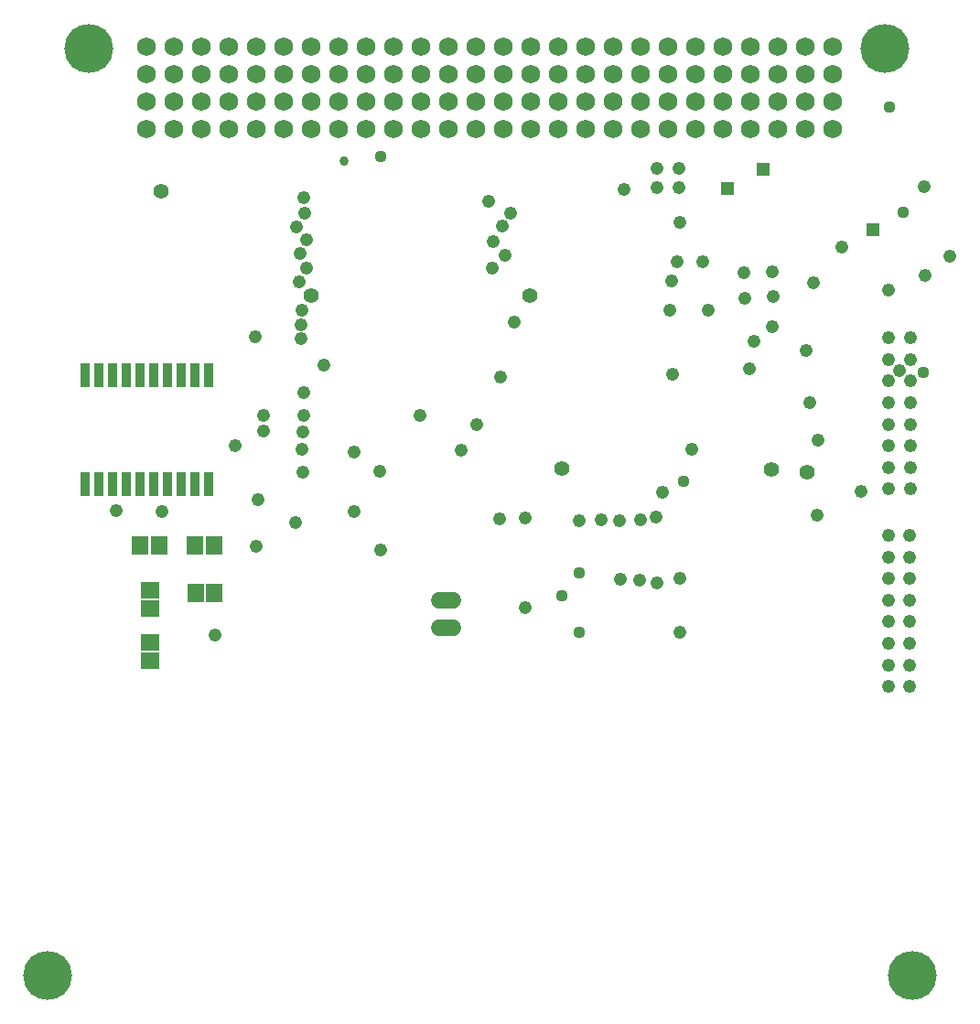
<source format=gts>
G75*
G70*
%OFA0B0*%
%FSLAX24Y24*%
%IPPOS*%
%LPD*%
%AMOC8*
5,1,8,0,0,1.08239X$1,22.5*
%
%ADD10C,0.1379*%
%ADD11R,0.0340X0.0880*%
%ADD12R,0.0592X0.0671*%
%ADD13R,0.0671X0.0592*%
%ADD14C,0.0680*%
%ADD15C,0.0477*%
%ADD16C,0.0600*%
%ADD17C,0.0476*%
%ADD18C,0.0437*%
%ADD19C,0.0340*%
%ADD20C,0.0555*%
%ADD21C,0.1779*%
%ADD22R,0.0476X0.0476*%
D10*
X002302Y001462D03*
X033802Y001462D03*
X032802Y035212D03*
X003802Y035212D03*
D11*
X003677Y023310D03*
X004177Y023310D03*
X004677Y023310D03*
X005177Y023310D03*
X005677Y023310D03*
X006177Y023310D03*
X006677Y023310D03*
X007177Y023310D03*
X007677Y023310D03*
X008177Y023310D03*
X008177Y019350D03*
X007677Y019350D03*
X007177Y019350D03*
X006677Y019350D03*
X006177Y019350D03*
X005677Y019350D03*
X005177Y019350D03*
X004677Y019350D03*
X004177Y019350D03*
X003677Y019350D03*
D12*
X005677Y017118D03*
X006346Y017118D03*
X007678Y017124D03*
X008347Y017124D03*
X008358Y015378D03*
X007688Y015378D03*
D13*
X006030Y015500D03*
X006030Y014831D03*
X006035Y013575D03*
X006035Y012905D03*
D14*
X005905Y032296D03*
X005905Y033296D03*
X005908Y034293D03*
X006908Y034293D03*
X007908Y034293D03*
X007905Y033296D03*
X007905Y032296D03*
X006905Y032296D03*
X006905Y033296D03*
X008905Y033296D03*
X008905Y032296D03*
X009905Y032296D03*
X009905Y033296D03*
X009908Y034293D03*
X010908Y034293D03*
X010905Y033296D03*
X010905Y032296D03*
X011905Y032296D03*
X012905Y032296D03*
X012905Y033296D03*
X011905Y033296D03*
X011908Y034293D03*
X012908Y034293D03*
X013908Y034293D03*
X013905Y033296D03*
X013905Y032296D03*
X014905Y032296D03*
X014905Y033296D03*
X014908Y034293D03*
X015908Y034293D03*
X016908Y034293D03*
X016905Y033296D03*
X016905Y032296D03*
X015905Y032296D03*
X015905Y033296D03*
X017905Y033296D03*
X017905Y032296D03*
X018905Y032296D03*
X018905Y033296D03*
X018908Y034293D03*
X019908Y034293D03*
X019905Y033296D03*
X019905Y032296D03*
X020905Y032296D03*
X021905Y032296D03*
X021905Y033296D03*
X020905Y033296D03*
X020908Y034293D03*
X021908Y034293D03*
X022908Y034293D03*
X022905Y033296D03*
X022905Y032296D03*
X023905Y032296D03*
X023905Y033296D03*
X023908Y034293D03*
X024908Y034293D03*
X025908Y034293D03*
X025905Y033296D03*
X025905Y032296D03*
X024905Y032296D03*
X024905Y033296D03*
X026905Y033296D03*
X026905Y032296D03*
X027905Y032296D03*
X027905Y033296D03*
X027908Y034293D03*
X028908Y034293D03*
X029908Y034293D03*
X029905Y033296D03*
X029905Y032296D03*
X028905Y032296D03*
X028905Y033296D03*
X030905Y033296D03*
X030905Y032296D03*
X030908Y034293D03*
X030908Y035293D03*
X029908Y035293D03*
X028908Y035293D03*
X027908Y035293D03*
X026908Y035293D03*
X026908Y034293D03*
X025908Y035293D03*
X024908Y035293D03*
X023908Y035293D03*
X022908Y035293D03*
X021908Y035293D03*
X020908Y035293D03*
X019908Y035293D03*
X018908Y035293D03*
X017908Y035293D03*
X017908Y034293D03*
X016908Y035293D03*
X015908Y035293D03*
X014908Y035293D03*
X013908Y035293D03*
X012908Y035293D03*
X011908Y035293D03*
X010908Y035293D03*
X009908Y035293D03*
X008908Y035293D03*
X008908Y034293D03*
X007908Y035293D03*
X006908Y035293D03*
X005908Y035293D03*
D15*
X032931Y024682D03*
X032931Y023895D03*
X032931Y023108D03*
X033719Y023108D03*
X033719Y023895D03*
X033719Y024682D03*
X033719Y022320D03*
X033719Y021533D03*
X032931Y021533D03*
X032931Y022320D03*
X032931Y020745D03*
X032931Y019958D03*
X032931Y019171D03*
X033719Y019171D03*
X033719Y019958D03*
X033719Y020745D03*
X033712Y017487D03*
X032925Y017487D03*
X032925Y016700D03*
X033712Y016700D03*
X033712Y015912D03*
X032925Y015912D03*
X032925Y015125D03*
X033712Y015125D03*
X033712Y014337D03*
X032925Y014337D03*
X032925Y013550D03*
X033712Y013550D03*
X033712Y012762D03*
X033712Y011975D03*
X032925Y011975D03*
X032925Y012762D03*
D16*
X017068Y014133D02*
X016548Y014133D01*
X016548Y015133D02*
X017068Y015133D01*
D17*
X019691Y014853D03*
X019691Y018122D03*
X018763Y018100D03*
X017370Y020595D03*
X017913Y021502D03*
X018785Y023246D03*
X019293Y025234D03*
X018512Y027215D03*
X018952Y027693D03*
X018513Y028184D03*
X018848Y028756D03*
X019165Y029210D03*
X018368Y029644D03*
X023285Y030076D03*
X024495Y030147D03*
X024489Y030853D03*
X025287Y030853D03*
X025312Y030144D03*
X025315Y028873D03*
X025239Y027436D03*
X025014Y026736D03*
X024948Y025698D03*
X026361Y025698D03*
X027690Y026117D03*
X027667Y027067D03*
X028682Y027070D03*
X028719Y026186D03*
X028701Y025082D03*
X028015Y024554D03*
X027873Y023535D03*
X029915Y024216D03*
X030063Y022302D03*
X030357Y020940D03*
X031921Y019099D03*
X030344Y018206D03*
X025761Y020628D03*
X024688Y019049D03*
X024447Y018159D03*
X023879Y018050D03*
X023139Y018011D03*
X022454Y018055D03*
X021660Y018033D03*
X023168Y015891D03*
X023860Y015862D03*
X024487Y015767D03*
X025332Y015905D03*
X025332Y013944D03*
X025075Y023351D03*
X026147Y027449D03*
X030183Y026691D03*
X031243Y027972D03*
X032922Y026404D03*
X034250Y026941D03*
X035175Y027663D03*
X034237Y030177D03*
X033333Y023490D03*
X015871Y021842D03*
X014412Y019825D03*
X013465Y020516D03*
X011569Y020608D03*
X011610Y021257D03*
X011637Y021855D03*
X011627Y022672D03*
X012371Y023679D03*
X011534Y024646D03*
X011538Y025166D03*
X011553Y025679D03*
X011462Y026728D03*
X011731Y027230D03*
X011485Y027743D03*
X011718Y028242D03*
X011364Y028713D03*
X011668Y029225D03*
X011630Y029787D03*
X009846Y024704D03*
X010150Y021855D03*
X010154Y021288D03*
X009140Y020751D03*
X009959Y018791D03*
X011320Y017946D03*
X009906Y017094D03*
X011603Y019772D03*
X013458Y018367D03*
X014413Y016951D03*
X008395Y013859D03*
X006453Y018363D03*
X004800Y018381D03*
D18*
X014419Y031270D03*
X025447Y019439D03*
X021665Y016101D03*
X021023Y015271D03*
X021675Y013937D03*
X034204Y023425D03*
X033447Y029248D03*
X032971Y033082D03*
D19*
X013082Y031123D03*
D20*
X011891Y026208D03*
X006428Y030004D03*
X019846Y026206D03*
X021038Y019933D03*
X028659Y019889D03*
X029962Y019800D03*
D21*
X032802Y035214D03*
X003800Y035212D03*
X002302Y001462D03*
X033799Y001464D03*
D22*
X032373Y028607D03*
X028357Y030807D03*
X027046Y030118D03*
M02*

</source>
